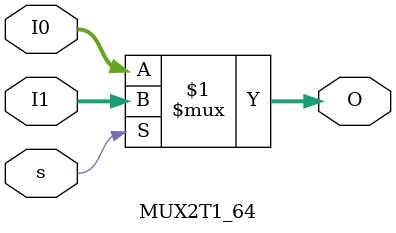
<source format=v>
`timescale 1ns / 1ps
module MUX2T1_64(
	input [63:0]I0,
	input [63:0]I1,
	input s,
	output [63:0]O
    );
	 
assign O = s?I1:I0;


endmodule

</source>
